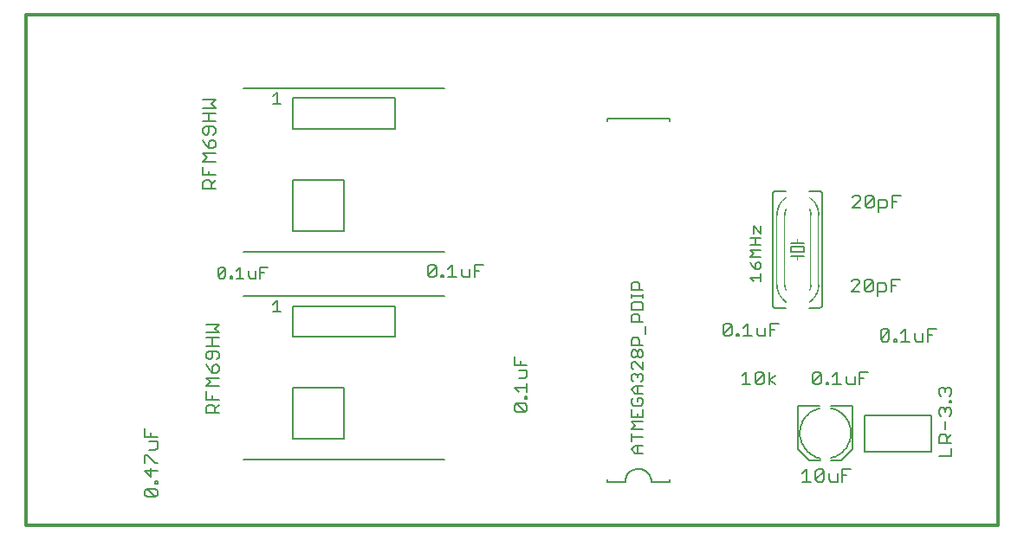
<source format=gto>
G75*
%MOIN*%
%OFA0B0*%
%FSLAX24Y24*%
%IPPOS*%
%LPD*%
%AMOC8*
5,1,8,0,0,1.08239X$1,22.5*
%
%ADD10C,0.0120*%
%ADD11C,0.0080*%
%ADD12C,0.0050*%
%ADD13C,0.0060*%
%ADD14C,0.0002*%
%ADD15C,0.0020*%
D10*
X000160Y000160D02*
X037562Y000160D01*
X037562Y019845D01*
X000160Y019845D01*
X000160Y000160D01*
D11*
X004735Y001346D02*
X004735Y001506D01*
X004815Y001586D01*
X005135Y001266D01*
X005216Y001346D01*
X005216Y001506D01*
X005135Y001586D01*
X004815Y001586D01*
X004735Y001346D02*
X004815Y001266D01*
X005135Y001266D01*
X005135Y001782D02*
X005135Y001862D01*
X005216Y001862D01*
X005216Y001782D01*
X005135Y001782D01*
X004975Y002040D02*
X004975Y002360D01*
X005135Y002555D02*
X005216Y002555D01*
X005135Y002555D02*
X004815Y002876D01*
X004735Y002876D01*
X004735Y002555D01*
X004735Y002280D02*
X004975Y002040D01*
X004735Y002280D02*
X005216Y002280D01*
X005135Y003071D02*
X004895Y003071D01*
X005135Y003071D02*
X005216Y003151D01*
X005216Y003391D01*
X004895Y003391D01*
X004975Y003587D02*
X004975Y003747D01*
X004735Y003587D02*
X004735Y003907D01*
X004735Y003587D02*
X005216Y003587D01*
X007104Y004500D02*
X007104Y004740D01*
X007184Y004820D01*
X007344Y004820D01*
X007424Y004740D01*
X007424Y004500D01*
X007424Y004660D02*
X007584Y004820D01*
X007584Y005015D02*
X007104Y005015D01*
X007104Y005336D01*
X007104Y005531D02*
X007264Y005691D01*
X007104Y005851D01*
X007584Y005851D01*
X007504Y006047D02*
X007584Y006127D01*
X007584Y006287D01*
X007504Y006367D01*
X007424Y006367D01*
X007344Y006287D01*
X007344Y006047D01*
X007504Y006047D01*
X007344Y006047D02*
X007184Y006207D01*
X007104Y006367D01*
X007184Y006562D02*
X007264Y006562D01*
X007344Y006642D01*
X007344Y006883D01*
X007504Y006883D02*
X007184Y006883D01*
X007104Y006802D01*
X007104Y006642D01*
X007184Y006562D01*
X007504Y006562D02*
X007584Y006642D01*
X007584Y006802D01*
X007504Y006883D01*
X007584Y007078D02*
X007104Y007078D01*
X007344Y007078D02*
X007344Y007398D01*
X007104Y007398D02*
X007584Y007398D01*
X007584Y007594D02*
X007424Y007754D01*
X007584Y007914D01*
X007104Y007914D01*
X007104Y007594D02*
X007584Y007594D01*
X010426Y007437D02*
X014363Y007437D01*
X014363Y008618D01*
X010426Y008618D01*
X010426Y007437D01*
X008517Y009011D02*
X016273Y009011D01*
X016221Y009724D02*
X016141Y009724D01*
X016141Y009804D01*
X016221Y009804D01*
X016221Y009724D01*
X016399Y009724D02*
X016719Y009724D01*
X016559Y009724D02*
X016559Y010205D01*
X016399Y010045D01*
X015946Y010125D02*
X015946Y009804D01*
X015865Y009724D01*
X015705Y009724D01*
X015625Y009804D01*
X015946Y010125D01*
X015865Y010205D01*
X015705Y010205D01*
X015625Y010125D01*
X015625Y009804D01*
X016914Y009804D02*
X016994Y009724D01*
X017235Y009724D01*
X017235Y010045D01*
X017430Y009965D02*
X017590Y009965D01*
X017430Y010205D02*
X017430Y009724D01*
X016914Y009804D02*
X016914Y010045D01*
X017430Y010205D02*
X017750Y010205D01*
X016272Y010721D02*
X008516Y010721D01*
X008395Y010106D02*
X008395Y009685D01*
X008255Y009685D02*
X008535Y009685D01*
X008715Y009755D02*
X008715Y009965D01*
X008715Y009755D02*
X008785Y009685D01*
X008996Y009685D01*
X008996Y009965D01*
X009176Y009895D02*
X009316Y009895D01*
X009176Y009685D02*
X009176Y010106D01*
X009456Y010106D01*
X008395Y010106D02*
X008255Y009965D01*
X008095Y009755D02*
X008095Y009685D01*
X008025Y009685D01*
X008025Y009755D01*
X008095Y009755D01*
X007845Y009755D02*
X007775Y009685D01*
X007635Y009685D01*
X007564Y009755D01*
X007845Y010035D01*
X007845Y009755D01*
X007564Y009755D02*
X007564Y010035D01*
X007635Y010106D01*
X007775Y010106D01*
X007845Y010035D01*
X010425Y011508D02*
X012394Y011508D01*
X012394Y013477D01*
X010425Y013477D01*
X010425Y011508D01*
X007449Y013145D02*
X006969Y013145D01*
X006969Y013385D01*
X007049Y013465D01*
X007209Y013465D01*
X007289Y013385D01*
X007289Y013145D01*
X007289Y013305D02*
X007449Y013465D01*
X007449Y013661D02*
X006969Y013661D01*
X006969Y013981D01*
X006969Y014176D02*
X007129Y014336D01*
X006969Y014496D01*
X007449Y014496D01*
X007369Y014692D02*
X007449Y014772D01*
X007449Y014932D01*
X007369Y015012D01*
X007289Y015012D01*
X007209Y014932D01*
X007209Y014692D01*
X007369Y014692D01*
X007209Y014692D02*
X007049Y014852D01*
X006969Y015012D01*
X007049Y015207D02*
X007129Y015207D01*
X007209Y015288D01*
X007209Y015528D01*
X007369Y015528D02*
X007049Y015528D01*
X006969Y015448D01*
X006969Y015288D01*
X007049Y015207D01*
X007369Y015207D02*
X007449Y015288D01*
X007449Y015448D01*
X007369Y015528D01*
X007449Y015723D02*
X006969Y015723D01*
X007209Y015723D02*
X007209Y016043D01*
X006969Y016043D02*
X007449Y016043D01*
X007449Y016239D02*
X006969Y016239D01*
X006969Y016559D02*
X007449Y016559D01*
X007289Y016399D01*
X007449Y016239D01*
X008516Y017020D02*
X016272Y017020D01*
X014362Y016626D02*
X010425Y016626D01*
X010425Y015445D01*
X014362Y015445D01*
X014362Y016626D01*
X007449Y014176D02*
X006969Y014176D01*
X007209Y013821D02*
X007209Y013661D01*
X018958Y006663D02*
X018958Y006342D01*
X019439Y006342D01*
X019439Y006147D02*
X019118Y006147D01*
X019199Y006342D02*
X019199Y006503D01*
X019439Y006147D02*
X019439Y005907D01*
X019359Y005827D01*
X019118Y005827D01*
X019439Y005631D02*
X019439Y005311D01*
X019439Y005471D02*
X018958Y005471D01*
X019118Y005311D01*
X019359Y005133D02*
X019439Y005133D01*
X019439Y005053D01*
X019359Y005053D01*
X019359Y005133D01*
X019359Y004858D02*
X019038Y004858D01*
X019359Y004538D01*
X019439Y004618D01*
X019439Y004778D01*
X019359Y004858D01*
X019038Y004858D02*
X018958Y004778D01*
X018958Y004618D01*
X019038Y004538D01*
X019359Y004538D01*
X016273Y002712D02*
X008517Y002712D01*
X010426Y003500D02*
X012395Y003500D01*
X012395Y005468D01*
X010426Y005468D01*
X010426Y003500D01*
X007584Y004500D02*
X007104Y004500D01*
X007344Y005015D02*
X007344Y005176D01*
X007584Y005531D02*
X007104Y005531D01*
X022520Y001949D02*
X022520Y001849D01*
X023220Y001849D01*
X023222Y001893D01*
X023228Y001936D01*
X023237Y001978D01*
X023250Y002020D01*
X023267Y002060D01*
X023287Y002099D01*
X023310Y002136D01*
X023337Y002170D01*
X023366Y002203D01*
X023399Y002232D01*
X023433Y002259D01*
X023470Y002282D01*
X023509Y002302D01*
X023549Y002319D01*
X023591Y002332D01*
X023633Y002341D01*
X023676Y002347D01*
X023720Y002349D01*
X023764Y002347D01*
X023807Y002341D01*
X023849Y002332D01*
X023891Y002319D01*
X023931Y002302D01*
X023970Y002282D01*
X024007Y002259D01*
X024041Y002232D01*
X024074Y002203D01*
X024103Y002170D01*
X024130Y002136D01*
X024153Y002099D01*
X024173Y002060D01*
X024190Y002020D01*
X024203Y001978D01*
X024212Y001936D01*
X024218Y001893D01*
X024220Y001849D01*
X024920Y001849D01*
X024920Y001949D01*
X029873Y003103D02*
X029873Y004757D01*
X030700Y004757D01*
X031133Y004757D02*
X031960Y004757D01*
X031960Y003103D01*
X031526Y002670D01*
X031133Y002670D01*
X030719Y002670D02*
X030306Y002670D01*
X029873Y003103D01*
X030719Y002749D02*
X030659Y002764D01*
X030600Y002782D01*
X030542Y002805D01*
X030485Y002831D01*
X030431Y002860D01*
X030378Y002893D01*
X030327Y002929D01*
X030279Y002968D01*
X030233Y003010D01*
X030191Y003055D01*
X030150Y003102D01*
X030114Y003152D01*
X030080Y003204D01*
X030049Y003258D01*
X030022Y003314D01*
X029999Y003372D01*
X029979Y003431D01*
X029963Y003491D01*
X029951Y003551D01*
X029942Y003613D01*
X029938Y003675D01*
X029937Y003737D01*
X029940Y003799D01*
X029948Y003861D01*
X029959Y003922D01*
X029973Y003982D01*
X029992Y004041D01*
X030014Y004099D01*
X030040Y004156D01*
X030069Y004210D01*
X030102Y004263D01*
X030138Y004314D01*
X030177Y004362D01*
X030219Y004408D01*
X030264Y004451D01*
X030311Y004491D01*
X030361Y004528D01*
X030413Y004562D01*
X030467Y004592D01*
X030523Y004619D01*
X030581Y004643D01*
X030640Y004663D01*
X030700Y004679D01*
X030677Y005597D02*
X030517Y005597D01*
X030437Y005677D01*
X030758Y005997D01*
X030758Y005677D01*
X030677Y005597D01*
X030437Y005677D02*
X030437Y005997D01*
X030517Y006077D01*
X030677Y006077D01*
X030758Y005997D01*
X030953Y005677D02*
X031033Y005677D01*
X031033Y005597D01*
X030953Y005597D01*
X030953Y005677D01*
X031211Y005597D02*
X031531Y005597D01*
X031371Y005597D02*
X031371Y006077D01*
X031211Y005917D01*
X031726Y005917D02*
X031726Y005677D01*
X031806Y005597D01*
X032047Y005597D01*
X032047Y005917D01*
X032242Y005837D02*
X032402Y005837D01*
X032242Y005597D02*
X032242Y006077D01*
X032562Y006077D01*
X033138Y007254D02*
X033058Y007335D01*
X033378Y007655D01*
X033378Y007335D01*
X033298Y007254D01*
X033138Y007254D01*
X033058Y007335D02*
X033058Y007655D01*
X033138Y007735D01*
X033298Y007735D01*
X033378Y007655D01*
X033831Y007575D02*
X033991Y007735D01*
X033991Y007254D01*
X033831Y007254D02*
X034151Y007254D01*
X034347Y007335D02*
X034347Y007575D01*
X034347Y007335D02*
X034427Y007254D01*
X034667Y007254D01*
X034667Y007575D01*
X034862Y007495D02*
X035023Y007495D01*
X035183Y007735D02*
X034862Y007735D01*
X034862Y007254D01*
X033653Y007254D02*
X033573Y007254D01*
X033573Y007335D01*
X033653Y007335D01*
X033653Y007254D01*
X032945Y009012D02*
X032945Y009492D01*
X033185Y009492D01*
X033265Y009412D01*
X033265Y009252D01*
X033185Y009172D01*
X032945Y009172D01*
X032749Y009252D02*
X032669Y009172D01*
X032509Y009172D01*
X032429Y009252D01*
X032749Y009573D01*
X032749Y009252D01*
X032429Y009252D02*
X032429Y009573D01*
X032509Y009653D01*
X032669Y009653D01*
X032749Y009573D01*
X032234Y009573D02*
X032154Y009653D01*
X031993Y009653D01*
X031913Y009573D01*
X032234Y009573D02*
X032234Y009492D01*
X031913Y009172D01*
X032234Y009172D01*
X033460Y009172D02*
X033460Y009653D01*
X033780Y009653D01*
X033620Y009412D02*
X033460Y009412D01*
X029117Y007940D02*
X028797Y007940D01*
X028797Y007459D01*
X028602Y007459D02*
X028602Y007779D01*
X028797Y007699D02*
X028957Y007699D01*
X028602Y007459D02*
X028362Y007459D01*
X028281Y007539D01*
X028281Y007779D01*
X028086Y007459D02*
X027766Y007459D01*
X027926Y007459D02*
X027926Y007940D01*
X027766Y007779D01*
X027588Y007539D02*
X027508Y007539D01*
X027508Y007459D01*
X027588Y007459D01*
X027588Y007539D01*
X027313Y007539D02*
X027233Y007459D01*
X027072Y007459D01*
X026992Y007539D01*
X027313Y007860D01*
X027313Y007539D01*
X026992Y007539D02*
X026992Y007860D01*
X027072Y007940D01*
X027233Y007940D01*
X027313Y007860D01*
X028161Y009577D02*
X028020Y009717D01*
X028441Y009717D01*
X028441Y009577D02*
X028441Y009857D01*
X028371Y010037D02*
X028231Y010037D01*
X028231Y010248D01*
X028301Y010318D01*
X028371Y010318D01*
X028441Y010248D01*
X028441Y010107D01*
X028371Y010037D01*
X028231Y010037D02*
X028090Y010177D01*
X028020Y010318D01*
X028020Y010498D02*
X028161Y010638D01*
X028020Y010778D01*
X028441Y010778D01*
X028441Y010958D02*
X028020Y010958D01*
X028231Y010958D02*
X028231Y011238D01*
X028161Y011419D02*
X028161Y011699D01*
X028441Y011419D01*
X028441Y011699D01*
X028441Y011238D02*
X028020Y011238D01*
X028020Y010498D02*
X028441Y010498D01*
X031947Y012400D02*
X032267Y012720D01*
X032267Y012800D01*
X032187Y012880D01*
X032027Y012880D01*
X031947Y012800D01*
X031947Y012400D02*
X032267Y012400D01*
X032462Y012480D02*
X032783Y012800D01*
X032783Y012480D01*
X032703Y012400D01*
X032542Y012400D01*
X032462Y012480D01*
X032462Y012800D01*
X032542Y012880D01*
X032703Y012880D01*
X032783Y012800D01*
X032978Y012720D02*
X033218Y012720D01*
X033298Y012640D01*
X033298Y012480D01*
X033218Y012400D01*
X032978Y012400D01*
X032978Y012239D02*
X032978Y012720D01*
X033494Y012640D02*
X033654Y012640D01*
X033494Y012880D02*
X033814Y012880D01*
X033494Y012880D02*
X033494Y012400D01*
X024920Y015749D02*
X024920Y015849D01*
X022520Y015849D01*
X022520Y015749D01*
X027875Y006084D02*
X027875Y005604D01*
X027715Y005604D02*
X028035Y005604D01*
X028230Y005684D02*
X028551Y006004D01*
X028551Y005684D01*
X028471Y005604D01*
X028310Y005604D01*
X028230Y005684D01*
X028230Y006004D01*
X028310Y006084D01*
X028471Y006084D01*
X028551Y006004D01*
X028746Y006084D02*
X028746Y005604D01*
X028746Y005764D02*
X028986Y005924D01*
X028746Y005764D02*
X028986Y005604D01*
X027875Y006084D02*
X027715Y005924D01*
X031133Y004678D02*
X031192Y004663D01*
X031249Y004645D01*
X031306Y004623D01*
X031361Y004598D01*
X031414Y004569D01*
X031466Y004537D01*
X031515Y004502D01*
X031562Y004464D01*
X031607Y004423D01*
X031649Y004379D01*
X031688Y004333D01*
X031724Y004285D01*
X031758Y004234D01*
X031788Y004181D01*
X031814Y004127D01*
X031838Y004071D01*
X031857Y004014D01*
X031873Y003955D01*
X031886Y003896D01*
X031895Y003836D01*
X031900Y003776D01*
X031901Y003715D01*
X031898Y003654D01*
X031892Y003594D01*
X031882Y003534D01*
X031868Y003475D01*
X031851Y003417D01*
X031830Y003360D01*
X031806Y003305D01*
X031778Y003251D01*
X031747Y003199D01*
X031713Y003149D01*
X031675Y003101D01*
X031635Y003056D01*
X031592Y003013D01*
X031547Y002973D01*
X031499Y002936D01*
X031449Y002902D01*
X031397Y002871D01*
X031343Y002844D01*
X031287Y002819D01*
X031230Y002799D01*
X031172Y002782D01*
X031113Y002768D01*
X030785Y002330D02*
X030865Y002250D01*
X030545Y001929D01*
X030625Y001849D01*
X030785Y001849D01*
X030865Y001929D01*
X030865Y002250D01*
X030785Y002330D02*
X030625Y002330D01*
X030545Y002250D01*
X030545Y001929D01*
X030349Y001849D02*
X030029Y001849D01*
X030189Y001849D02*
X030189Y002330D01*
X030029Y002170D01*
X031060Y002170D02*
X031060Y001929D01*
X031140Y001849D01*
X031381Y001849D01*
X031381Y002170D01*
X031576Y002089D02*
X031736Y002089D01*
X031576Y001849D02*
X031576Y002330D01*
X031896Y002330D01*
X032413Y002995D02*
X034993Y002995D01*
X034993Y004395D01*
X032413Y004395D01*
X032413Y002995D01*
X035287Y002830D02*
X035768Y002830D01*
X035768Y003150D01*
X035768Y003345D02*
X035287Y003345D01*
X035287Y003585D01*
X035368Y003666D01*
X035528Y003666D01*
X035608Y003585D01*
X035608Y003345D01*
X035608Y003505D02*
X035768Y003666D01*
X035528Y003861D02*
X035528Y004181D01*
X035688Y004377D02*
X035768Y004457D01*
X035768Y004617D01*
X035688Y004697D01*
X035608Y004697D01*
X035528Y004617D01*
X035528Y004537D01*
X035528Y004617D02*
X035448Y004697D01*
X035368Y004697D01*
X035287Y004617D01*
X035287Y004457D01*
X035368Y004377D01*
X035688Y004892D02*
X035688Y004972D01*
X035768Y004972D01*
X035768Y004892D01*
X035688Y004892D01*
X035688Y005150D02*
X035768Y005230D01*
X035768Y005390D01*
X035688Y005470D01*
X035608Y005470D01*
X035528Y005390D01*
X035528Y005310D01*
X035528Y005390D02*
X035448Y005470D01*
X035368Y005470D01*
X035287Y005390D01*
X035287Y005230D01*
X035368Y005150D01*
D12*
X023905Y005246D02*
X023604Y005246D01*
X023454Y005396D01*
X023604Y005547D01*
X023905Y005547D01*
X023830Y005707D02*
X023905Y005782D01*
X023905Y005932D01*
X023830Y006007D01*
X023754Y006007D01*
X023679Y005932D01*
X023679Y005857D01*
X023679Y005932D02*
X023604Y006007D01*
X023529Y006007D01*
X023454Y005932D01*
X023454Y005782D01*
X023529Y005707D01*
X023679Y005547D02*
X023679Y005246D01*
X023679Y005086D02*
X023679Y004936D01*
X023679Y005086D02*
X023830Y005086D01*
X023905Y005011D01*
X023905Y004861D01*
X023830Y004786D01*
X023529Y004786D01*
X023454Y004861D01*
X023454Y005011D01*
X023529Y005086D01*
X023454Y004626D02*
X023454Y004325D01*
X023905Y004325D01*
X023905Y004626D01*
X023679Y004476D02*
X023679Y004325D01*
X023454Y004165D02*
X023905Y004165D01*
X023905Y003865D02*
X023454Y003865D01*
X023604Y004015D01*
X023454Y004165D01*
X023454Y003705D02*
X023454Y003405D01*
X023454Y003555D02*
X023905Y003555D01*
X023905Y003245D02*
X023604Y003245D01*
X023454Y003094D01*
X023604Y002944D01*
X023905Y002944D01*
X023679Y002944D02*
X023679Y003245D01*
X023529Y006167D02*
X023454Y006242D01*
X023454Y006392D01*
X023529Y006467D01*
X023604Y006467D01*
X023905Y006167D01*
X023905Y006467D01*
X023830Y006627D02*
X023754Y006627D01*
X023679Y006702D01*
X023679Y006853D01*
X023754Y006928D01*
X023830Y006928D01*
X023905Y006853D01*
X023905Y006702D01*
X023830Y006627D01*
X023679Y006702D02*
X023604Y006627D01*
X023529Y006627D01*
X023454Y006702D01*
X023454Y006853D01*
X023529Y006928D01*
X023604Y006928D01*
X023679Y006853D01*
X023754Y007088D02*
X023754Y007313D01*
X023679Y007388D01*
X023529Y007388D01*
X023454Y007313D01*
X023454Y007088D01*
X023905Y007088D01*
X023980Y007548D02*
X023980Y007848D01*
X023905Y008009D02*
X023454Y008009D01*
X023454Y008234D01*
X023529Y008309D01*
X023679Y008309D01*
X023754Y008234D01*
X023754Y008009D01*
X023905Y008469D02*
X023454Y008469D01*
X023454Y008694D01*
X023529Y008769D01*
X023830Y008769D01*
X023905Y008694D01*
X023905Y008469D01*
X023905Y008929D02*
X023905Y009080D01*
X023905Y009004D02*
X023454Y009004D01*
X023454Y008929D02*
X023454Y009080D01*
X023454Y009236D02*
X023454Y009462D01*
X023529Y009537D01*
X023679Y009537D01*
X023754Y009462D01*
X023754Y009236D01*
X023905Y009236D02*
X023454Y009236D01*
D13*
X028894Y008651D02*
X028894Y012951D01*
X028896Y012968D01*
X028900Y012985D01*
X028907Y013001D01*
X028917Y013015D01*
X028930Y013028D01*
X028944Y013038D01*
X028960Y013045D01*
X028977Y013049D01*
X028994Y013051D01*
X029394Y013051D01*
X030294Y013051D02*
X030694Y013051D01*
X030711Y013049D01*
X030728Y013045D01*
X030744Y013038D01*
X030758Y013028D01*
X030771Y013015D01*
X030781Y013001D01*
X030788Y012985D01*
X030792Y012968D01*
X030794Y012951D01*
X030794Y008651D01*
X030792Y008634D01*
X030788Y008617D01*
X030781Y008601D01*
X030771Y008587D01*
X030758Y008574D01*
X030744Y008564D01*
X030728Y008557D01*
X030711Y008553D01*
X030694Y008551D01*
X030294Y008551D01*
X029394Y008551D02*
X028994Y008551D01*
X028977Y008553D01*
X028960Y008557D01*
X028944Y008564D01*
X028930Y008574D01*
X028917Y008587D01*
X028907Y008601D01*
X028900Y008617D01*
X028896Y008634D01*
X028894Y008651D01*
X029594Y010551D02*
X029844Y010551D01*
X030094Y010551D01*
X030094Y010701D02*
X029594Y010701D01*
X029594Y010901D01*
X030094Y010901D01*
X030094Y010701D01*
X030094Y011051D02*
X029844Y011051D01*
X029594Y011051D01*
X009968Y008392D02*
X009675Y008392D01*
X009822Y008392D02*
X009822Y008832D01*
X009675Y008685D01*
X009674Y016400D02*
X009967Y016400D01*
X009820Y016400D02*
X009820Y016841D01*
X009674Y016694D01*
D14*
X029389Y012819D02*
X029399Y012804D01*
X029398Y012804D02*
X029354Y012772D01*
X029312Y012737D01*
X029273Y012698D01*
X029236Y012657D01*
X029203Y012614D01*
X029172Y012569D01*
X029145Y012521D01*
X029121Y012472D01*
X029100Y012421D01*
X029084Y012369D01*
X029070Y012315D01*
X029061Y012261D01*
X029055Y012207D01*
X029053Y012152D01*
X029036Y012151D01*
X029035Y012152D01*
X029037Y012208D01*
X029043Y012264D01*
X029053Y012319D01*
X029066Y012374D01*
X029083Y012427D01*
X029104Y012479D01*
X029129Y012529D01*
X029157Y012578D01*
X029188Y012625D01*
X029223Y012669D01*
X029260Y012711D01*
X029300Y012750D01*
X029343Y012786D01*
X029388Y012819D01*
X029389Y012818D01*
X029344Y012785D01*
X029301Y012749D01*
X029261Y012710D01*
X029223Y012668D01*
X029189Y012624D01*
X029158Y012577D01*
X029130Y012529D01*
X029105Y012478D01*
X029084Y012427D01*
X029067Y012373D01*
X029054Y012319D01*
X029044Y012264D01*
X029038Y012208D01*
X029036Y012152D01*
X029037Y012152D01*
X029039Y012208D01*
X029045Y012264D01*
X029055Y012319D01*
X029068Y012373D01*
X029085Y012426D01*
X029106Y012478D01*
X029131Y012528D01*
X029159Y012577D01*
X029190Y012623D01*
X029224Y012668D01*
X029261Y012709D01*
X029301Y012748D01*
X029344Y012785D01*
X029389Y012818D01*
X029390Y012817D01*
X029345Y012784D01*
X029302Y012748D01*
X029262Y012709D01*
X029225Y012667D01*
X029191Y012623D01*
X029159Y012576D01*
X029132Y012528D01*
X029107Y012478D01*
X029086Y012426D01*
X029069Y012373D01*
X029056Y012318D01*
X029046Y012263D01*
X029040Y012208D01*
X029038Y012152D01*
X029039Y012152D01*
X029041Y012208D01*
X029047Y012263D01*
X029057Y012318D01*
X029070Y012372D01*
X029087Y012426D01*
X029108Y012477D01*
X029132Y012527D01*
X029160Y012576D01*
X029191Y012622D01*
X029226Y012666D01*
X029263Y012708D01*
X029303Y012747D01*
X029345Y012783D01*
X029390Y012816D01*
X029391Y012815D01*
X029346Y012782D01*
X029303Y012746D01*
X029264Y012707D01*
X029226Y012666D01*
X029192Y012622D01*
X029161Y012575D01*
X029133Y012527D01*
X029109Y012477D01*
X029088Y012425D01*
X029071Y012372D01*
X029058Y012318D01*
X029048Y012263D01*
X029042Y012208D01*
X029040Y012152D01*
X029041Y012152D01*
X029043Y012208D01*
X029049Y012263D01*
X029059Y012318D01*
X029072Y012372D01*
X029089Y012425D01*
X029110Y012476D01*
X029134Y012527D01*
X029162Y012575D01*
X029193Y012621D01*
X029227Y012665D01*
X029264Y012707D01*
X029304Y012745D01*
X029347Y012781D01*
X029391Y012814D01*
X029392Y012814D01*
X029347Y012781D01*
X029305Y012745D01*
X029265Y012706D01*
X029228Y012664D01*
X029194Y012620D01*
X029163Y012574D01*
X029135Y012526D01*
X029111Y012476D01*
X029090Y012424D01*
X029073Y012372D01*
X029059Y012318D01*
X029050Y012263D01*
X029044Y012208D01*
X029042Y012152D01*
X029043Y012152D01*
X029045Y012207D01*
X029051Y012263D01*
X029060Y012317D01*
X029074Y012371D01*
X029091Y012424D01*
X029112Y012476D01*
X029136Y012526D01*
X029164Y012574D01*
X029195Y012620D01*
X029229Y012664D01*
X029266Y012705D01*
X029305Y012744D01*
X029348Y012780D01*
X029393Y012813D01*
X029393Y012812D01*
X029348Y012779D01*
X029306Y012743D01*
X029266Y012705D01*
X029229Y012663D01*
X029195Y012619D01*
X029165Y012573D01*
X029137Y012525D01*
X029113Y012475D01*
X029092Y012424D01*
X029075Y012371D01*
X029061Y012317D01*
X029052Y012263D01*
X029046Y012207D01*
X029044Y012152D01*
X029045Y012152D01*
X029047Y012207D01*
X029053Y012262D01*
X029062Y012317D01*
X029076Y012371D01*
X029093Y012423D01*
X029114Y012475D01*
X029138Y012525D01*
X029165Y012573D01*
X029196Y012619D01*
X029230Y012663D01*
X029267Y012704D01*
X029307Y012742D01*
X029349Y012778D01*
X029394Y012811D01*
X029394Y012810D01*
X029350Y012777D01*
X029307Y012742D01*
X029268Y012703D01*
X029231Y012662D01*
X029197Y012618D01*
X029166Y012572D01*
X029139Y012524D01*
X029114Y012474D01*
X029094Y012423D01*
X029077Y012370D01*
X029063Y012317D01*
X029054Y012262D01*
X029048Y012207D01*
X029046Y012152D01*
X029047Y012152D01*
X029049Y012207D01*
X029055Y012262D01*
X029064Y012317D01*
X029078Y012370D01*
X029095Y012423D01*
X029115Y012474D01*
X029140Y012524D01*
X029167Y012572D01*
X029198Y012618D01*
X029232Y012661D01*
X029269Y012702D01*
X029308Y012741D01*
X029350Y012777D01*
X029395Y012809D01*
X029351Y012776D01*
X029309Y012740D01*
X029269Y012702D01*
X029232Y012661D01*
X029199Y012617D01*
X029168Y012571D01*
X029140Y012523D01*
X029116Y012474D01*
X029096Y012422D01*
X029079Y012370D01*
X029065Y012316D01*
X029056Y012262D01*
X029050Y012207D01*
X029048Y012152D01*
X029049Y012152D01*
X029051Y012207D01*
X029057Y012262D01*
X029066Y012316D01*
X029080Y012370D01*
X029097Y012422D01*
X029117Y012473D01*
X029141Y012523D01*
X029169Y012571D01*
X029199Y012616D01*
X029233Y012660D01*
X029270Y012701D01*
X029309Y012739D01*
X029352Y012775D01*
X029396Y012808D01*
X029397Y012807D01*
X029352Y012774D01*
X029310Y012739D01*
X029271Y012700D01*
X029234Y012659D01*
X029200Y012616D01*
X029170Y012570D01*
X029142Y012522D01*
X029118Y012473D01*
X029098Y012422D01*
X029081Y012369D01*
X029067Y012316D01*
X029058Y012262D01*
X029052Y012207D01*
X029050Y012152D01*
X029051Y012152D01*
X029053Y012207D01*
X029059Y012262D01*
X029068Y012316D01*
X029082Y012369D01*
X029099Y012421D01*
X029119Y012472D01*
X029143Y012522D01*
X029170Y012570D01*
X029201Y012615D01*
X029235Y012659D01*
X029271Y012700D01*
X029311Y012738D01*
X029353Y012774D01*
X029397Y012806D01*
X029398Y012805D01*
X029353Y012773D01*
X029312Y012737D01*
X029272Y012699D01*
X029236Y012658D01*
X029202Y012615D01*
X029171Y012569D01*
X029144Y012521D01*
X029120Y012472D01*
X029099Y012421D01*
X029083Y012369D01*
X029069Y012316D01*
X029060Y012261D01*
X029054Y012207D01*
X029052Y012152D01*
X029386Y012371D02*
X029402Y012364D01*
X029384Y012324D01*
X029371Y012282D01*
X029361Y012239D01*
X029355Y012196D01*
X029353Y012152D01*
X029336Y012151D01*
X029335Y012152D01*
X029336Y012190D01*
X029341Y012228D01*
X029348Y012265D01*
X029358Y012301D01*
X029370Y012337D01*
X029385Y012372D01*
X029386Y012372D01*
X029371Y012337D01*
X029359Y012301D01*
X029349Y012265D01*
X029342Y012227D01*
X029337Y012190D01*
X029336Y012152D01*
X029337Y012152D01*
X029338Y012190D01*
X029343Y012227D01*
X029350Y012264D01*
X029360Y012301D01*
X029372Y012336D01*
X029387Y012371D01*
X029388Y012371D01*
X029373Y012336D01*
X029361Y012301D01*
X029351Y012264D01*
X029344Y012227D01*
X029339Y012190D01*
X029338Y012152D01*
X029339Y012152D01*
X029340Y012190D01*
X029345Y012227D01*
X029352Y012264D01*
X029362Y012300D01*
X029374Y012336D01*
X029389Y012370D01*
X029390Y012370D01*
X029375Y012335D01*
X029363Y012300D01*
X029353Y012264D01*
X029346Y012227D01*
X029341Y012190D01*
X029340Y012152D01*
X029341Y012152D01*
X029342Y012189D01*
X029347Y012227D01*
X029354Y012263D01*
X029363Y012300D01*
X029376Y012335D01*
X029391Y012369D01*
X029392Y012369D01*
X029377Y012335D01*
X029364Y012299D01*
X029355Y012263D01*
X029348Y012227D01*
X029343Y012189D01*
X029342Y012152D01*
X029343Y012152D01*
X029344Y012189D01*
X029349Y012226D01*
X029356Y012263D01*
X029365Y012299D01*
X029378Y012334D01*
X029393Y012368D01*
X029394Y012368D01*
X029379Y012334D01*
X029366Y012299D01*
X029357Y012263D01*
X029350Y012226D01*
X029345Y012189D01*
X029344Y012152D01*
X029345Y012152D01*
X029346Y012189D01*
X029351Y012226D01*
X029358Y012263D01*
X029367Y012298D01*
X029380Y012334D01*
X029394Y012368D01*
X029395Y012367D01*
X029381Y012333D01*
X029368Y012298D01*
X029359Y012262D01*
X029352Y012226D01*
X029347Y012189D01*
X029346Y012152D01*
X029347Y012152D01*
X029348Y012189D01*
X029353Y012226D01*
X029360Y012262D01*
X029369Y012298D01*
X029381Y012333D01*
X029396Y012367D01*
X029397Y012366D01*
X029380Y012326D01*
X029366Y012283D01*
X029356Y012240D01*
X029350Y012196D01*
X029348Y012152D01*
X029349Y012152D01*
X029351Y012196D01*
X029357Y012240D01*
X029367Y012283D01*
X029381Y012325D01*
X029398Y012366D01*
X029399Y012365D01*
X029382Y012325D01*
X029368Y012283D01*
X029358Y012240D01*
X029352Y012196D01*
X029350Y012152D01*
X029351Y012152D01*
X029353Y012196D01*
X029359Y012240D01*
X029369Y012283D01*
X029383Y012324D01*
X029400Y012365D01*
X029401Y012365D01*
X029383Y012324D01*
X029370Y012282D01*
X029360Y012239D01*
X029354Y012196D01*
X029352Y012152D01*
X030352Y012151D02*
X030334Y012151D01*
X030335Y012152D02*
X030333Y012196D01*
X030327Y012239D01*
X030317Y012282D01*
X030304Y012324D01*
X030286Y012364D01*
X030302Y012371D01*
X030303Y012372D01*
X030318Y012337D01*
X030330Y012301D01*
X030340Y012265D01*
X030347Y012228D01*
X030352Y012190D01*
X030353Y012152D01*
X030352Y012152D01*
X030351Y012190D01*
X030346Y012227D01*
X030339Y012265D01*
X030329Y012301D01*
X030317Y012337D01*
X030302Y012372D01*
X030301Y012371D01*
X030316Y012336D01*
X030328Y012301D01*
X030338Y012264D01*
X030345Y012227D01*
X030350Y012190D01*
X030351Y012152D01*
X030350Y012152D01*
X030349Y012190D01*
X030344Y012227D01*
X030337Y012264D01*
X030327Y012301D01*
X030315Y012336D01*
X030300Y012371D01*
X030299Y012370D01*
X030314Y012336D01*
X030326Y012300D01*
X030336Y012264D01*
X030343Y012227D01*
X030348Y012190D01*
X030349Y012152D01*
X030348Y012152D01*
X030347Y012190D01*
X030342Y012227D01*
X030335Y012264D01*
X030325Y012300D01*
X030313Y012335D01*
X030298Y012370D01*
X030297Y012369D01*
X030312Y012335D01*
X030325Y012300D01*
X030334Y012263D01*
X030341Y012227D01*
X030346Y012189D01*
X030347Y012152D01*
X030346Y012152D01*
X030345Y012189D01*
X030340Y012227D01*
X030333Y012263D01*
X030324Y012299D01*
X030311Y012335D01*
X030296Y012369D01*
X030295Y012368D01*
X030310Y012334D01*
X030323Y012299D01*
X030332Y012263D01*
X030339Y012226D01*
X030344Y012189D01*
X030345Y012152D01*
X030344Y012152D01*
X030343Y012189D01*
X030338Y012226D01*
X030331Y012263D01*
X030322Y012299D01*
X030309Y012334D01*
X030294Y012368D01*
X030308Y012334D01*
X030321Y012298D01*
X030330Y012263D01*
X030337Y012226D01*
X030342Y012189D01*
X030343Y012152D01*
X030342Y012152D01*
X030341Y012189D01*
X030336Y012226D01*
X030329Y012262D01*
X030320Y012298D01*
X030307Y012333D01*
X030293Y012367D01*
X030292Y012367D01*
X030307Y012333D01*
X030319Y012298D01*
X030328Y012262D01*
X030335Y012226D01*
X030340Y012189D01*
X030341Y012152D01*
X030340Y012152D01*
X030338Y012196D01*
X030332Y012240D01*
X030322Y012283D01*
X030308Y012326D01*
X030291Y012366D01*
X030290Y012366D01*
X030307Y012325D01*
X030321Y012283D01*
X030331Y012240D01*
X030337Y012196D01*
X030339Y012152D01*
X030338Y012152D01*
X030336Y012196D01*
X030330Y012240D01*
X030320Y012283D01*
X030306Y012325D01*
X030289Y012365D01*
X030288Y012365D01*
X030305Y012324D01*
X030319Y012283D01*
X030329Y012240D01*
X030335Y012196D01*
X030337Y012152D01*
X030336Y012152D01*
X030334Y012196D01*
X030328Y012239D01*
X030318Y012282D01*
X030305Y012324D01*
X030287Y012365D01*
X030652Y012152D02*
X030634Y012152D01*
X030635Y012152D02*
X030633Y012207D01*
X030627Y012261D01*
X030618Y012315D01*
X030604Y012369D01*
X030588Y012421D01*
X030567Y012472D01*
X030543Y012521D01*
X030516Y012569D01*
X030485Y012614D01*
X030452Y012657D01*
X030415Y012698D01*
X030376Y012737D01*
X030334Y012772D01*
X030290Y012804D01*
X030299Y012819D01*
X030300Y012819D01*
X030345Y012786D01*
X030388Y012750D01*
X030428Y012711D01*
X030465Y012669D01*
X030500Y012625D01*
X030531Y012578D01*
X030559Y012529D01*
X030584Y012479D01*
X030604Y012427D01*
X030622Y012374D01*
X030635Y012319D01*
X030645Y012264D01*
X030651Y012208D01*
X030653Y012152D01*
X030652Y012152D01*
X030650Y012208D01*
X030644Y012264D01*
X030634Y012319D01*
X030621Y012373D01*
X030604Y012427D01*
X030583Y012479D01*
X030558Y012529D01*
X030530Y012578D01*
X030499Y012624D01*
X030465Y012668D01*
X030427Y012710D01*
X030387Y012749D01*
X030344Y012785D01*
X030299Y012819D01*
X030299Y012818D01*
X030344Y012785D01*
X030387Y012748D01*
X030427Y012709D01*
X030464Y012668D01*
X030498Y012623D01*
X030529Y012577D01*
X030557Y012528D01*
X030582Y012478D01*
X030603Y012426D01*
X030620Y012373D01*
X030633Y012319D01*
X030643Y012264D01*
X030649Y012208D01*
X030651Y012152D01*
X030650Y012152D01*
X030648Y012208D01*
X030642Y012263D01*
X030632Y012318D01*
X030619Y012373D01*
X030602Y012426D01*
X030581Y012478D01*
X030556Y012528D01*
X030529Y012576D01*
X030497Y012623D01*
X030463Y012667D01*
X030426Y012709D01*
X030386Y012748D01*
X030343Y012784D01*
X030298Y012817D01*
X030298Y012816D01*
X030343Y012783D01*
X030385Y012747D01*
X030425Y012708D01*
X030462Y012666D01*
X030497Y012622D01*
X030528Y012576D01*
X030556Y012528D01*
X030580Y012477D01*
X030601Y012426D01*
X030618Y012372D01*
X030631Y012318D01*
X030641Y012263D01*
X030647Y012208D01*
X030649Y012152D01*
X030648Y012152D01*
X030646Y012208D01*
X030640Y012263D01*
X030630Y012318D01*
X030617Y012372D01*
X030600Y012425D01*
X030579Y012477D01*
X030555Y012527D01*
X030527Y012575D01*
X030496Y012622D01*
X030462Y012666D01*
X030424Y012707D01*
X030385Y012746D01*
X030342Y012782D01*
X030297Y012815D01*
X030296Y012814D01*
X030341Y012781D01*
X030384Y012745D01*
X030424Y012707D01*
X030461Y012665D01*
X030495Y012621D01*
X030526Y012575D01*
X030554Y012527D01*
X030578Y012477D01*
X030599Y012425D01*
X030616Y012372D01*
X030629Y012318D01*
X030639Y012263D01*
X030645Y012208D01*
X030647Y012152D01*
X030646Y012152D01*
X030644Y012208D01*
X030638Y012263D01*
X030628Y012318D01*
X030615Y012372D01*
X030598Y012425D01*
X030577Y012476D01*
X030553Y012526D01*
X030525Y012574D01*
X030494Y012621D01*
X030460Y012664D01*
X030423Y012706D01*
X030383Y012745D01*
X030341Y012781D01*
X030296Y012814D01*
X030295Y012813D01*
X030340Y012780D01*
X030383Y012744D01*
X030422Y012705D01*
X030459Y012664D01*
X030493Y012620D01*
X030524Y012574D01*
X030552Y012526D01*
X030576Y012476D01*
X030597Y012424D01*
X030614Y012371D01*
X030628Y012317D01*
X030637Y012263D01*
X030643Y012208D01*
X030645Y012152D01*
X030644Y012152D01*
X030642Y012207D01*
X030636Y012263D01*
X030627Y012317D01*
X030613Y012371D01*
X030596Y012424D01*
X030575Y012475D01*
X030551Y012525D01*
X030523Y012573D01*
X030493Y012619D01*
X030459Y012663D01*
X030422Y012705D01*
X030382Y012743D01*
X030340Y012779D01*
X030295Y012812D01*
X030294Y012811D01*
X030339Y012778D01*
X030381Y012742D01*
X030421Y012704D01*
X030458Y012663D01*
X030492Y012619D01*
X030523Y012573D01*
X030550Y012525D01*
X030574Y012475D01*
X030595Y012423D01*
X030612Y012371D01*
X030626Y012317D01*
X030635Y012262D01*
X030641Y012207D01*
X030643Y012152D01*
X030642Y012152D01*
X030640Y012207D01*
X030634Y012262D01*
X030625Y012317D01*
X030611Y012371D01*
X030594Y012423D01*
X030573Y012474D01*
X030549Y012524D01*
X030522Y012572D01*
X030491Y012618D01*
X030457Y012662D01*
X030420Y012703D01*
X030381Y012742D01*
X030338Y012777D01*
X030294Y012810D01*
X030293Y012809D01*
X030338Y012777D01*
X030380Y012741D01*
X030419Y012702D01*
X030456Y012661D01*
X030490Y012618D01*
X030521Y012572D01*
X030548Y012524D01*
X030573Y012474D01*
X030593Y012423D01*
X030610Y012370D01*
X030624Y012317D01*
X030633Y012262D01*
X030639Y012207D01*
X030641Y012152D01*
X030640Y012152D01*
X030638Y012207D01*
X030632Y012262D01*
X030623Y012316D01*
X030609Y012370D01*
X030592Y012422D01*
X030572Y012474D01*
X030548Y012523D01*
X030520Y012571D01*
X030489Y012617D01*
X030455Y012661D01*
X030419Y012702D01*
X030379Y012740D01*
X030337Y012776D01*
X030293Y012809D01*
X030292Y012808D01*
X030336Y012775D01*
X030378Y012740D01*
X030418Y012701D01*
X030455Y012660D01*
X030489Y012616D01*
X030519Y012571D01*
X030547Y012523D01*
X030571Y012473D01*
X030591Y012422D01*
X030608Y012370D01*
X030622Y012316D01*
X030631Y012262D01*
X030637Y012207D01*
X030639Y012152D01*
X030638Y012152D01*
X030636Y012207D01*
X030630Y012262D01*
X030621Y012316D01*
X030607Y012369D01*
X030590Y012422D01*
X030570Y012473D01*
X030546Y012522D01*
X030518Y012570D01*
X030488Y012616D01*
X030454Y012659D01*
X030417Y012700D01*
X030378Y012739D01*
X030336Y012774D01*
X030291Y012807D01*
X030291Y012806D01*
X030335Y012774D01*
X030377Y012738D01*
X030417Y012700D01*
X030453Y012659D01*
X030487Y012615D01*
X030518Y012570D01*
X030545Y012522D01*
X030569Y012472D01*
X030589Y012421D01*
X030606Y012369D01*
X030620Y012316D01*
X030629Y012262D01*
X030635Y012207D01*
X030637Y012152D01*
X030636Y012152D01*
X030634Y012207D01*
X030628Y012262D01*
X030619Y012316D01*
X030605Y012369D01*
X030589Y012421D01*
X030568Y012472D01*
X030544Y012521D01*
X030517Y012569D01*
X030486Y012615D01*
X030452Y012658D01*
X030416Y012699D01*
X030376Y012737D01*
X030335Y012773D01*
X030290Y012805D01*
X029036Y009450D02*
X029054Y009450D01*
X029053Y009450D02*
X029055Y009395D01*
X029061Y009341D01*
X029070Y009287D01*
X029084Y009233D01*
X029100Y009181D01*
X029121Y009130D01*
X029145Y009081D01*
X029172Y009033D01*
X029203Y008988D01*
X029236Y008945D01*
X029273Y008904D01*
X029312Y008865D01*
X029354Y008830D01*
X029398Y008798D01*
X029389Y008783D01*
X029388Y008783D01*
X029343Y008816D01*
X029300Y008852D01*
X029260Y008891D01*
X029223Y008933D01*
X029188Y008977D01*
X029157Y009024D01*
X029129Y009073D01*
X029104Y009123D01*
X029084Y009175D01*
X029066Y009228D01*
X029053Y009283D01*
X029043Y009338D01*
X029037Y009394D01*
X029035Y009450D01*
X029036Y009450D01*
X029038Y009394D01*
X029044Y009338D01*
X029054Y009283D01*
X029067Y009229D01*
X029084Y009175D01*
X029105Y009123D01*
X029130Y009073D01*
X029158Y009024D01*
X029189Y008978D01*
X029223Y008934D01*
X029261Y008892D01*
X029301Y008853D01*
X029344Y008817D01*
X029389Y008783D01*
X029389Y008784D01*
X029344Y008817D01*
X029301Y008854D01*
X029261Y008893D01*
X029224Y008934D01*
X029190Y008979D01*
X029159Y009025D01*
X029131Y009074D01*
X029106Y009124D01*
X029085Y009176D01*
X029068Y009229D01*
X029055Y009283D01*
X029045Y009338D01*
X029039Y009394D01*
X029037Y009450D01*
X029038Y009450D01*
X029040Y009394D01*
X029046Y009339D01*
X029056Y009283D01*
X029069Y009229D01*
X029086Y009176D01*
X029107Y009124D01*
X029132Y009074D01*
X029159Y009026D01*
X029191Y008979D01*
X029225Y008935D01*
X029262Y008893D01*
X029302Y008854D01*
X029345Y008818D01*
X029390Y008785D01*
X029390Y008786D01*
X029345Y008819D01*
X029303Y008855D01*
X029263Y008894D01*
X029226Y008936D01*
X029191Y008980D01*
X029160Y009026D01*
X029132Y009074D01*
X029108Y009125D01*
X029087Y009176D01*
X029070Y009230D01*
X029057Y009284D01*
X029047Y009339D01*
X029041Y009394D01*
X029039Y009450D01*
X029040Y009450D01*
X029042Y009394D01*
X029048Y009339D01*
X029058Y009284D01*
X029071Y009230D01*
X029088Y009177D01*
X029109Y009125D01*
X029133Y009075D01*
X029161Y009027D01*
X029192Y008980D01*
X029226Y008936D01*
X029264Y008895D01*
X029303Y008856D01*
X029346Y008820D01*
X029391Y008787D01*
X029392Y008788D01*
X029347Y008821D01*
X029304Y008857D01*
X029264Y008895D01*
X029227Y008937D01*
X029193Y008981D01*
X029162Y009027D01*
X029134Y009075D01*
X029110Y009125D01*
X029089Y009177D01*
X029072Y009230D01*
X029059Y009284D01*
X029049Y009339D01*
X029043Y009394D01*
X029041Y009450D01*
X029042Y009450D01*
X029044Y009394D01*
X029050Y009339D01*
X029060Y009284D01*
X029073Y009230D01*
X029090Y009177D01*
X029111Y009126D01*
X029135Y009076D01*
X029163Y009028D01*
X029194Y008981D01*
X029228Y008938D01*
X029265Y008896D01*
X029305Y008857D01*
X029347Y008821D01*
X029392Y008788D01*
X029393Y008789D01*
X029348Y008822D01*
X029305Y008858D01*
X029266Y008897D01*
X029229Y008938D01*
X029195Y008982D01*
X029164Y009028D01*
X029136Y009076D01*
X029112Y009126D01*
X029091Y009178D01*
X029074Y009231D01*
X029060Y009285D01*
X029051Y009339D01*
X029045Y009394D01*
X029043Y009450D01*
X029044Y009450D01*
X029046Y009395D01*
X029052Y009339D01*
X029061Y009285D01*
X029075Y009231D01*
X029092Y009178D01*
X029113Y009127D01*
X029137Y009077D01*
X029165Y009029D01*
X029195Y008983D01*
X029229Y008939D01*
X029266Y008897D01*
X029306Y008859D01*
X029349Y008823D01*
X029393Y008790D01*
X029394Y008791D01*
X029349Y008824D01*
X029307Y008860D01*
X029267Y008898D01*
X029230Y008939D01*
X029196Y008983D01*
X029165Y009029D01*
X029138Y009077D01*
X029114Y009127D01*
X029093Y009178D01*
X029076Y009231D01*
X029062Y009285D01*
X029053Y009339D01*
X029047Y009395D01*
X029045Y009450D01*
X029046Y009450D01*
X029048Y009395D01*
X029054Y009340D01*
X029063Y009285D01*
X029077Y009231D01*
X029094Y009179D01*
X029115Y009127D01*
X029139Y009078D01*
X029166Y009030D01*
X029197Y008984D01*
X029231Y008940D01*
X029268Y008899D01*
X029308Y008860D01*
X029350Y008824D01*
X029394Y008792D01*
X029395Y008793D01*
X029350Y008825D01*
X029308Y008861D01*
X029269Y008900D01*
X029232Y008941D01*
X029198Y008984D01*
X029167Y009030D01*
X029140Y009078D01*
X029115Y009128D01*
X029095Y009179D01*
X029078Y009232D01*
X029064Y009285D01*
X029055Y009340D01*
X029049Y009395D01*
X029047Y009450D01*
X029048Y009450D01*
X029050Y009395D01*
X029056Y009340D01*
X029065Y009286D01*
X029079Y009232D01*
X029096Y009180D01*
X029116Y009128D01*
X029140Y009079D01*
X029168Y009031D01*
X029199Y008985D01*
X029233Y008941D01*
X029269Y008900D01*
X029309Y008862D01*
X029351Y008826D01*
X029395Y008793D01*
X029396Y008794D01*
X029352Y008827D01*
X029310Y008862D01*
X029270Y008901D01*
X029233Y008942D01*
X029199Y008986D01*
X029169Y009031D01*
X029141Y009079D01*
X029117Y009129D01*
X029097Y009180D01*
X029080Y009232D01*
X029066Y009286D01*
X029057Y009340D01*
X029051Y009395D01*
X029049Y009450D01*
X029050Y009450D01*
X029052Y009395D01*
X029058Y009340D01*
X029067Y009286D01*
X029081Y009233D01*
X029098Y009180D01*
X029118Y009129D01*
X029142Y009080D01*
X029170Y009032D01*
X029200Y008986D01*
X029234Y008943D01*
X029271Y008902D01*
X029310Y008863D01*
X029352Y008828D01*
X029397Y008795D01*
X029397Y008796D01*
X029353Y008828D01*
X029311Y008864D01*
X029271Y008902D01*
X029235Y008943D01*
X029201Y008987D01*
X029170Y009032D01*
X029143Y009080D01*
X029119Y009130D01*
X029099Y009181D01*
X029082Y009233D01*
X029068Y009286D01*
X029059Y009340D01*
X029053Y009395D01*
X029051Y009450D01*
X029052Y009450D01*
X029054Y009395D01*
X029060Y009340D01*
X029069Y009286D01*
X029083Y009233D01*
X029099Y009181D01*
X029120Y009130D01*
X029144Y009081D01*
X029171Y009033D01*
X029202Y008987D01*
X029236Y008944D01*
X029272Y008903D01*
X029312Y008865D01*
X029353Y008829D01*
X029398Y008797D01*
X030299Y008783D02*
X030289Y008798D01*
X030290Y008798D02*
X030334Y008830D01*
X030376Y008865D01*
X030415Y008904D01*
X030452Y008945D01*
X030485Y008988D01*
X030516Y009033D01*
X030543Y009081D01*
X030567Y009130D01*
X030588Y009181D01*
X030604Y009233D01*
X030618Y009287D01*
X030627Y009341D01*
X030633Y009395D01*
X030635Y009450D01*
X030652Y009451D01*
X030653Y009450D01*
X030651Y009394D01*
X030645Y009338D01*
X030635Y009283D01*
X030622Y009228D01*
X030605Y009175D01*
X030584Y009123D01*
X030559Y009073D01*
X030531Y009024D01*
X030500Y008977D01*
X030465Y008933D01*
X030428Y008891D01*
X030388Y008852D01*
X030345Y008816D01*
X030300Y008783D01*
X030299Y008784D01*
X030344Y008817D01*
X030387Y008853D01*
X030427Y008892D01*
X030465Y008934D01*
X030499Y008978D01*
X030530Y009025D01*
X030558Y009073D01*
X030583Y009124D01*
X030604Y009175D01*
X030621Y009229D01*
X030634Y009283D01*
X030644Y009338D01*
X030650Y009394D01*
X030652Y009450D01*
X030651Y009450D01*
X030649Y009394D01*
X030643Y009338D01*
X030633Y009283D01*
X030620Y009229D01*
X030603Y009176D01*
X030582Y009124D01*
X030557Y009074D01*
X030529Y009025D01*
X030498Y008979D01*
X030464Y008934D01*
X030427Y008893D01*
X030387Y008854D01*
X030344Y008817D01*
X030299Y008784D01*
X030298Y008785D01*
X030343Y008818D01*
X030386Y008854D01*
X030426Y008893D01*
X030463Y008935D01*
X030497Y008979D01*
X030529Y009026D01*
X030556Y009074D01*
X030581Y009124D01*
X030602Y009176D01*
X030619Y009229D01*
X030632Y009284D01*
X030642Y009339D01*
X030648Y009394D01*
X030650Y009450D01*
X030649Y009450D01*
X030647Y009394D01*
X030641Y009339D01*
X030631Y009284D01*
X030618Y009230D01*
X030601Y009176D01*
X030580Y009125D01*
X030556Y009075D01*
X030528Y009026D01*
X030497Y008980D01*
X030462Y008936D01*
X030425Y008894D01*
X030385Y008855D01*
X030343Y008819D01*
X030298Y008786D01*
X030297Y008787D01*
X030342Y008820D01*
X030385Y008856D01*
X030424Y008895D01*
X030462Y008936D01*
X030496Y008980D01*
X030527Y009027D01*
X030555Y009075D01*
X030579Y009125D01*
X030600Y009177D01*
X030617Y009230D01*
X030630Y009284D01*
X030640Y009339D01*
X030646Y009394D01*
X030648Y009450D01*
X030647Y009450D01*
X030645Y009394D01*
X030639Y009339D01*
X030629Y009284D01*
X030616Y009230D01*
X030599Y009177D01*
X030578Y009126D01*
X030554Y009075D01*
X030526Y009027D01*
X030495Y008981D01*
X030461Y008937D01*
X030424Y008895D01*
X030384Y008857D01*
X030341Y008821D01*
X030297Y008788D01*
X030296Y008788D01*
X030341Y008821D01*
X030383Y008857D01*
X030423Y008896D01*
X030460Y008938D01*
X030494Y008982D01*
X030525Y009028D01*
X030553Y009076D01*
X030577Y009126D01*
X030598Y009178D01*
X030615Y009230D01*
X030629Y009284D01*
X030638Y009339D01*
X030644Y009394D01*
X030646Y009450D01*
X030645Y009450D01*
X030643Y009395D01*
X030637Y009339D01*
X030628Y009285D01*
X030614Y009231D01*
X030597Y009178D01*
X030576Y009126D01*
X030552Y009076D01*
X030524Y009028D01*
X030493Y008982D01*
X030459Y008938D01*
X030422Y008897D01*
X030383Y008858D01*
X030340Y008822D01*
X030295Y008789D01*
X030295Y008790D01*
X030340Y008823D01*
X030382Y008859D01*
X030422Y008897D01*
X030459Y008939D01*
X030493Y008983D01*
X030523Y009029D01*
X030551Y009077D01*
X030575Y009127D01*
X030596Y009178D01*
X030613Y009231D01*
X030627Y009285D01*
X030636Y009339D01*
X030642Y009395D01*
X030644Y009450D01*
X030643Y009450D01*
X030641Y009395D01*
X030635Y009340D01*
X030626Y009285D01*
X030612Y009231D01*
X030595Y009179D01*
X030574Y009127D01*
X030550Y009077D01*
X030523Y009029D01*
X030492Y008983D01*
X030458Y008939D01*
X030421Y008898D01*
X030381Y008860D01*
X030339Y008824D01*
X030294Y008791D01*
X030294Y008792D01*
X030338Y008825D01*
X030381Y008860D01*
X030420Y008899D01*
X030457Y008940D01*
X030491Y008984D01*
X030522Y009030D01*
X030549Y009078D01*
X030574Y009128D01*
X030594Y009179D01*
X030611Y009232D01*
X030625Y009285D01*
X030634Y009340D01*
X030640Y009395D01*
X030642Y009450D01*
X030641Y009450D01*
X030639Y009395D01*
X030633Y009340D01*
X030624Y009285D01*
X030610Y009232D01*
X030593Y009179D01*
X030573Y009128D01*
X030548Y009078D01*
X030521Y009030D01*
X030490Y008984D01*
X030456Y008941D01*
X030419Y008900D01*
X030380Y008861D01*
X030338Y008825D01*
X030293Y008793D01*
X030337Y008826D01*
X030379Y008862D01*
X030419Y008900D01*
X030456Y008941D01*
X030489Y008985D01*
X030520Y009031D01*
X030548Y009079D01*
X030572Y009128D01*
X030592Y009180D01*
X030609Y009232D01*
X030623Y009286D01*
X030632Y009340D01*
X030638Y009395D01*
X030640Y009450D01*
X030639Y009450D01*
X030637Y009395D01*
X030631Y009340D01*
X030622Y009286D01*
X030608Y009232D01*
X030591Y009180D01*
X030571Y009129D01*
X030547Y009079D01*
X030519Y009031D01*
X030489Y008986D01*
X030455Y008942D01*
X030418Y008901D01*
X030379Y008863D01*
X030336Y008827D01*
X030292Y008794D01*
X030291Y008795D01*
X030336Y008828D01*
X030378Y008863D01*
X030417Y008902D01*
X030454Y008943D01*
X030488Y008986D01*
X030518Y009032D01*
X030546Y009080D01*
X030570Y009129D01*
X030590Y009180D01*
X030607Y009233D01*
X030621Y009286D01*
X030630Y009340D01*
X030636Y009395D01*
X030638Y009450D01*
X030637Y009450D01*
X030635Y009395D01*
X030629Y009340D01*
X030620Y009286D01*
X030606Y009233D01*
X030589Y009181D01*
X030569Y009130D01*
X030545Y009080D01*
X030518Y009032D01*
X030487Y008987D01*
X030453Y008943D01*
X030417Y008902D01*
X030377Y008864D01*
X030335Y008828D01*
X030291Y008796D01*
X030290Y008797D01*
X030335Y008829D01*
X030376Y008865D01*
X030416Y008903D01*
X030452Y008944D01*
X030486Y008987D01*
X030517Y009033D01*
X030544Y009081D01*
X030568Y009130D01*
X030589Y009181D01*
X030605Y009233D01*
X030619Y009286D01*
X030628Y009341D01*
X030634Y009395D01*
X030636Y009450D01*
X030302Y009231D02*
X030286Y009238D01*
X030304Y009278D01*
X030317Y009320D01*
X030327Y009363D01*
X030333Y009406D01*
X030335Y009450D01*
X030352Y009451D01*
X030353Y009450D01*
X030352Y009412D01*
X030347Y009374D01*
X030340Y009337D01*
X030330Y009301D01*
X030318Y009265D01*
X030303Y009230D01*
X030302Y009230D01*
X030317Y009265D01*
X030329Y009301D01*
X030339Y009337D01*
X030346Y009375D01*
X030351Y009412D01*
X030352Y009450D01*
X030351Y009450D01*
X030350Y009412D01*
X030345Y009375D01*
X030338Y009338D01*
X030328Y009301D01*
X030316Y009266D01*
X030301Y009231D01*
X030300Y009231D01*
X030315Y009266D01*
X030327Y009301D01*
X030337Y009338D01*
X030344Y009375D01*
X030349Y009412D01*
X030350Y009450D01*
X030349Y009450D01*
X030348Y009412D01*
X030343Y009375D01*
X030336Y009338D01*
X030326Y009302D01*
X030314Y009266D01*
X030299Y009232D01*
X030298Y009232D01*
X030313Y009267D01*
X030325Y009302D01*
X030335Y009338D01*
X030342Y009375D01*
X030347Y009412D01*
X030348Y009450D01*
X030347Y009450D01*
X030346Y009413D01*
X030341Y009375D01*
X030334Y009339D01*
X030325Y009302D01*
X030312Y009267D01*
X030297Y009233D01*
X030296Y009233D01*
X030311Y009267D01*
X030324Y009303D01*
X030333Y009339D01*
X030340Y009375D01*
X030345Y009413D01*
X030346Y009450D01*
X030345Y009450D01*
X030344Y009413D01*
X030339Y009376D01*
X030332Y009339D01*
X030323Y009303D01*
X030310Y009268D01*
X030295Y009234D01*
X030294Y009234D01*
X030309Y009268D01*
X030322Y009303D01*
X030331Y009339D01*
X030338Y009376D01*
X030343Y009413D01*
X030344Y009450D01*
X030343Y009450D01*
X030342Y009413D01*
X030337Y009376D01*
X030330Y009339D01*
X030321Y009304D01*
X030308Y009268D01*
X030294Y009234D01*
X030293Y009235D01*
X030307Y009269D01*
X030320Y009304D01*
X030329Y009340D01*
X030336Y009376D01*
X030341Y009413D01*
X030342Y009450D01*
X030341Y009450D01*
X030340Y009413D01*
X030335Y009376D01*
X030328Y009340D01*
X030319Y009304D01*
X030307Y009269D01*
X030292Y009235D01*
X030291Y009236D01*
X030308Y009276D01*
X030322Y009319D01*
X030332Y009362D01*
X030338Y009406D01*
X030340Y009450D01*
X030339Y009450D01*
X030337Y009406D01*
X030331Y009362D01*
X030321Y009319D01*
X030307Y009277D01*
X030290Y009236D01*
X030289Y009237D01*
X030306Y009277D01*
X030320Y009319D01*
X030330Y009362D01*
X030336Y009406D01*
X030338Y009450D01*
X030337Y009450D01*
X030335Y009406D01*
X030329Y009362D01*
X030319Y009319D01*
X030305Y009278D01*
X030288Y009237D01*
X030287Y009237D01*
X030305Y009278D01*
X030318Y009320D01*
X030328Y009363D01*
X030334Y009406D01*
X030336Y009450D01*
X029336Y009451D02*
X029354Y009451D01*
X029353Y009450D02*
X029355Y009406D01*
X029361Y009363D01*
X029371Y009320D01*
X029384Y009278D01*
X029402Y009238D01*
X029386Y009231D01*
X029385Y009230D01*
X029370Y009265D01*
X029358Y009301D01*
X029348Y009337D01*
X029341Y009374D01*
X029336Y009412D01*
X029335Y009450D01*
X029336Y009450D01*
X029337Y009412D01*
X029342Y009375D01*
X029349Y009337D01*
X029359Y009301D01*
X029371Y009265D01*
X029386Y009230D01*
X029387Y009231D01*
X029372Y009266D01*
X029360Y009301D01*
X029350Y009338D01*
X029343Y009375D01*
X029338Y009412D01*
X029337Y009450D01*
X029338Y009450D01*
X029339Y009412D01*
X029344Y009375D01*
X029351Y009338D01*
X029361Y009301D01*
X029373Y009266D01*
X029388Y009231D01*
X029389Y009232D01*
X029374Y009266D01*
X029362Y009302D01*
X029352Y009338D01*
X029345Y009375D01*
X029340Y009412D01*
X029339Y009450D01*
X029340Y009450D01*
X029341Y009412D01*
X029346Y009375D01*
X029353Y009338D01*
X029363Y009302D01*
X029375Y009267D01*
X029390Y009232D01*
X029391Y009233D01*
X029376Y009267D01*
X029363Y009302D01*
X029354Y009339D01*
X029347Y009375D01*
X029342Y009413D01*
X029341Y009450D01*
X029342Y009450D01*
X029343Y009413D01*
X029348Y009375D01*
X029355Y009339D01*
X029364Y009303D01*
X029377Y009267D01*
X029392Y009233D01*
X029393Y009234D01*
X029378Y009268D01*
X029365Y009303D01*
X029356Y009339D01*
X029349Y009376D01*
X029344Y009413D01*
X029343Y009450D01*
X029344Y009450D01*
X029345Y009413D01*
X029350Y009376D01*
X029357Y009339D01*
X029366Y009303D01*
X029379Y009268D01*
X029394Y009234D01*
X029380Y009268D01*
X029367Y009304D01*
X029358Y009339D01*
X029351Y009376D01*
X029346Y009413D01*
X029345Y009450D01*
X029346Y009450D01*
X029347Y009413D01*
X029352Y009376D01*
X029359Y009340D01*
X029368Y009304D01*
X029381Y009269D01*
X029395Y009235D01*
X029396Y009235D01*
X029381Y009269D01*
X029369Y009304D01*
X029360Y009340D01*
X029353Y009376D01*
X029348Y009413D01*
X029347Y009450D01*
X029348Y009450D01*
X029350Y009406D01*
X029356Y009362D01*
X029366Y009319D01*
X029380Y009276D01*
X029397Y009236D01*
X029398Y009236D01*
X029381Y009277D01*
X029367Y009319D01*
X029357Y009362D01*
X029351Y009406D01*
X029349Y009450D01*
X029350Y009450D01*
X029352Y009406D01*
X029358Y009362D01*
X029368Y009319D01*
X029382Y009277D01*
X029399Y009237D01*
X029400Y009237D01*
X029383Y009278D01*
X029369Y009319D01*
X029359Y009362D01*
X029353Y009406D01*
X029351Y009450D01*
X029352Y009450D01*
X029354Y009406D01*
X029360Y009363D01*
X029370Y009320D01*
X029383Y009278D01*
X029401Y009237D01*
D15*
X029344Y009451D02*
X029344Y012151D01*
X029044Y012151D02*
X029044Y009451D01*
X029844Y010401D02*
X029844Y010551D01*
X029844Y011051D02*
X029844Y011201D01*
X030344Y012151D02*
X030344Y009451D01*
X030644Y009451D02*
X030644Y012151D01*
M02*

</source>
